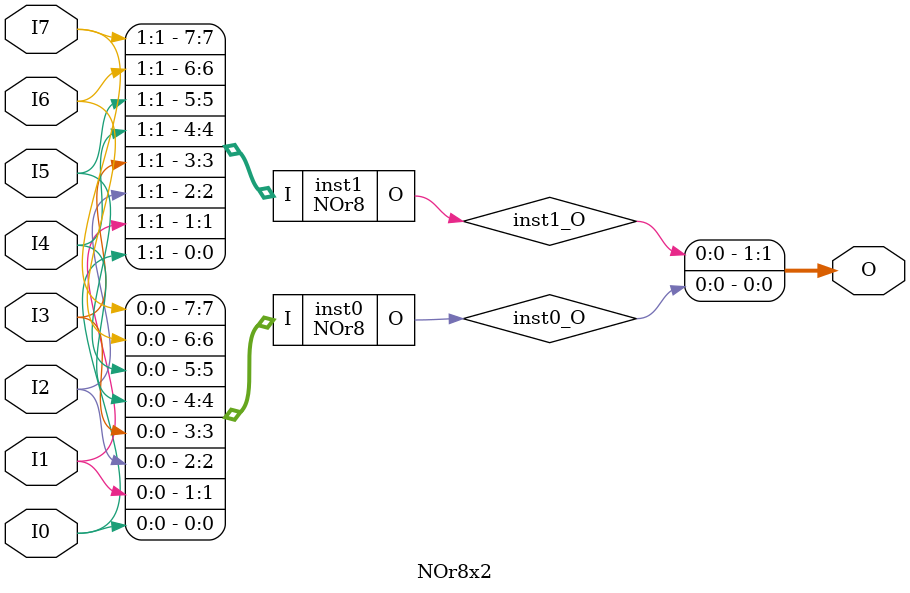
<source format=v>
module NOr8 (input [7:0] I, output  O);
wire  inst0_O;
wire  inst1_O;
wire  inst2_O;
wire  inst3_O;
LUT4 #(.INIT(16'h0001)) inst0 (.I0(I[0]), .I1(I[1]), .I2(I[2]), .I3(I[3]), .O(inst0_O));
MUXCY inst1 (.DI(1'b0), .CI(1'b1), .S(inst0_O), .O(inst1_O));
LUT4 #(.INIT(16'h0001)) inst2 (.I0(I[4]), .I1(I[5]), .I2(I[6]), .I3(I[7]), .O(inst2_O));
MUXCY inst3 (.DI(1'b0), .CI(inst1_O), .S(inst2_O), .O(inst3_O));
assign O = inst3_O;
endmodule

module NOr8x2 (input [1:0] I0, input [1:0] I1, input [1:0] I2, input [1:0] I3, input [1:0] I4, input [1:0] I5, input [1:0] I6, input [1:0] I7, output [1:0] O);
wire  inst0_O;
wire  inst1_O;
NOr8 inst0 (.I({I7[0],I6[0],I5[0],I4[0],I3[0],I2[0],I1[0],I0[0]}), .O(inst0_O));
NOr8 inst1 (.I({I7[1],I6[1],I5[1],I4[1],I3[1],I2[1],I1[1],I0[1]}), .O(inst1_O));
assign O = {inst1_O,inst0_O};
endmodule


</source>
